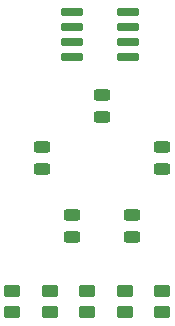
<source format=gtp>
%TF.GenerationSoftware,KiCad,Pcbnew,7.0.7*%
%TF.CreationDate,2024-10-03T15:52:36-07:00*%
%TF.ProjectId,Zoe_PCB,5a6f655f-5043-4422-9e6b-696361645f70,rev?*%
%TF.SameCoordinates,Original*%
%TF.FileFunction,Paste,Top*%
%TF.FilePolarity,Positive*%
%FSLAX46Y46*%
G04 Gerber Fmt 4.6, Leading zero omitted, Abs format (unit mm)*
G04 Created by KiCad (PCBNEW 7.0.7) date 2024-10-03 15:52:36*
%MOMM*%
%LPD*%
G01*
G04 APERTURE LIST*
G04 Aperture macros list*
%AMRoundRect*
0 Rectangle with rounded corners*
0 $1 Rounding radius*
0 $2 $3 $4 $5 $6 $7 $8 $9 X,Y pos of 4 corners*
0 Add a 4 corners polygon primitive as box body*
4,1,4,$2,$3,$4,$5,$6,$7,$8,$9,$2,$3,0*
0 Add four circle primitives for the rounded corners*
1,1,$1+$1,$2,$3*
1,1,$1+$1,$4,$5*
1,1,$1+$1,$6,$7*
1,1,$1+$1,$8,$9*
0 Add four rect primitives between the rounded corners*
20,1,$1+$1,$2,$3,$4,$5,0*
20,1,$1+$1,$4,$5,$6,$7,0*
20,1,$1+$1,$6,$7,$8,$9,0*
20,1,$1+$1,$8,$9,$2,$3,0*%
G04 Aperture macros list end*
%ADD10RoundRect,0.250000X0.450000X-0.262500X0.450000X0.262500X-0.450000X0.262500X-0.450000X-0.262500X0*%
%ADD11RoundRect,0.243750X-0.456250X0.243750X-0.456250X-0.243750X0.456250X-0.243750X0.456250X0.243750X0*%
%ADD12RoundRect,0.250000X-0.450000X0.262500X-0.450000X-0.262500X0.450000X-0.262500X0.450000X0.262500X0*%
%ADD13RoundRect,0.090000X-0.800000X0.270000X-0.800000X-0.270000X0.800000X-0.270000X0.800000X0.270000X0*%
G04 APERTURE END LIST*
D10*
%TO.C,R4*%
X135255000Y-106125000D03*
X135255000Y-107950000D03*
%TD*%
D11*
%TO.C,D1*%
X137160000Y-99725000D03*
X137160000Y-101600000D03*
%TD*%
%TO.C,D5*%
X144780000Y-93980000D03*
X144780000Y-95855000D03*
%TD*%
%TO.C,D4*%
X142240000Y-99725000D03*
X142240000Y-101600000D03*
%TD*%
%TO.C,D2*%
X134620000Y-93980000D03*
X134620000Y-95855000D03*
%TD*%
D12*
%TO.C,R5*%
X132080000Y-106125000D03*
X132080000Y-107950000D03*
%TD*%
%TO.C,R2*%
X141605000Y-106125000D03*
X141605000Y-107950000D03*
%TD*%
%TO.C,R3*%
X138430000Y-106125000D03*
X138430000Y-107950000D03*
%TD*%
%TO.C,R1*%
X144780000Y-106125000D03*
X144780000Y-107950000D03*
%TD*%
D11*
%TO.C,D3*%
X139700000Y-89565000D03*
X139700000Y-91440000D03*
%TD*%
D13*
%TO.C,U1*%
X137160000Y-82550000D03*
X137160000Y-83820000D03*
X137160000Y-85090000D03*
X137160000Y-86360000D03*
X141840000Y-86360000D03*
X141840000Y-85090000D03*
X141840000Y-83820000D03*
X141840000Y-82550000D03*
%TD*%
M02*

</source>
